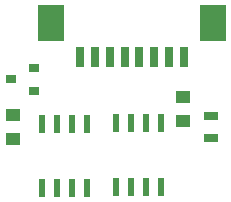
<source format=gbp>
G04 #@! TF.FileFunction,Paste,Bot*
%FSLAX46Y46*%
G04 Gerber Fmt 4.6, Leading zero omitted, Abs format (unit mm)*
G04 Created by KiCad (PCBNEW 4.0.7) date 04/14/20 22:35:50*
%MOMM*%
%LPD*%
G01*
G04 APERTURE LIST*
%ADD10C,0.100000*%
%ADD11R,1.250000X1.000000*%
%ADD12R,0.900000X0.800000*%
%ADD13R,1.300000X0.700000*%
%ADD14R,0.600000X1.550000*%
%ADD15R,0.800000X1.700000*%
%ADD16R,2.200000X3.100000*%
G04 APERTURE END LIST*
D10*
D11*
X119800000Y-114500000D03*
X119800000Y-112500000D03*
D12*
X121625000Y-108500000D03*
X121625000Y-110400000D03*
X119625000Y-109450000D03*
D13*
X136600000Y-112550000D03*
X136600000Y-114450000D03*
D11*
X134220000Y-112950000D03*
X134220000Y-110950000D03*
D14*
X126055000Y-118650000D03*
X124785000Y-118650000D03*
X123515000Y-118650000D03*
X122245000Y-118650000D03*
X122245000Y-113250000D03*
X123515000Y-113250000D03*
X124785000Y-113250000D03*
X126055000Y-113250000D03*
D15*
X125500000Y-107575000D03*
X126750000Y-107575000D03*
X128000000Y-107575000D03*
X129250000Y-107575000D03*
X130500000Y-107575000D03*
X131750000Y-107575000D03*
X133000000Y-107575000D03*
X134250000Y-107575000D03*
D16*
X123000000Y-104675000D03*
X136750000Y-104675000D03*
D14*
X132355000Y-118550000D03*
X131085000Y-118550000D03*
X129815000Y-118550000D03*
X128545000Y-118550000D03*
X128545000Y-113150000D03*
X129815000Y-113150000D03*
X131085000Y-113150000D03*
X132355000Y-113150000D03*
M02*

</source>
